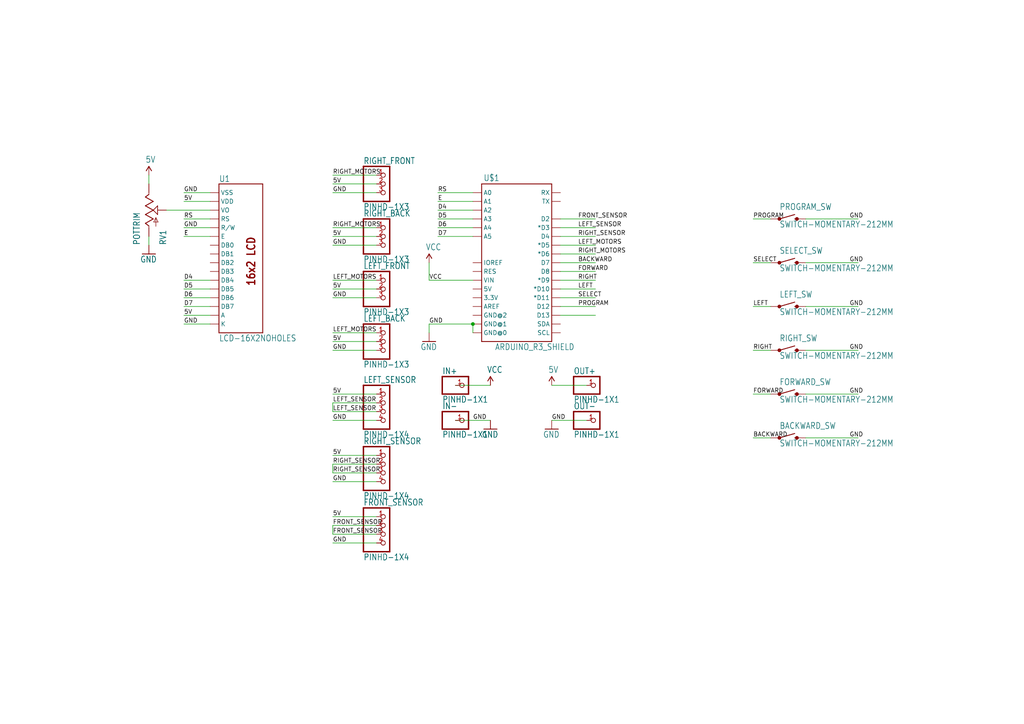
<source format=kicad_sch>
(kicad_sch (version 20211123) (generator eeschema)
  (paper "A4")
  (lib_symbols
    (symbol "LORE-eagle-import:5V" (power)
      (property "Value" "5V" (at -1.016 3.556 0))
      (symbol "5V_1_0"
        (polyline (pts (xy 0 2.54) (xy -0.762 1.27)) (stroke (width 0.254)))
        (polyline (pts (xy 0.762 1.27) (xy 0 2.54)) (stroke (width 0.254)))
        (pin power_in line (at 0 0 90) (length 2.54) (name "5V") (number "1"))
      )
    )
    (symbol "LORE-eagle-import:ARDUINO_R3_SHIELD"
      (property "Value" "ARDUINO_R3_SHIELD" (at -6.35 -27.94 0))
      (symbol "ARDUINO_R3_SHIELD_1_0"
        (polyline (pts (xy -10.16 -25.4) (xy -10.16 20.32)) (stroke (width 0.254)))
        (polyline (pts (xy -10.16 20.32) (xy 10.16 20.32)) (stroke (width 0.254)))
        (polyline (pts (xy 10.16 -25.4) (xy -10.16 -25.4)) (stroke (width 0.254)))
        (polyline (pts (xy 10.16 20.32) (xy 10.16 -25.4)) (stroke (width 0.254)))
        (pin bidirectional line (at -12.7 -12.7 0) (length 2.54) (name "3.3V") (number "3.3V"))
        (pin bidirectional line (at -12.7 -10.16 0) (length 2.54) (name "5V") (number "5V"))
        (pin bidirectional line (at -12.7 17.78 0) (length 2.54) (name "A0") (number "A0"))
        (pin bidirectional line (at -12.7 15.24 0) (length 2.54) (name "A1") (number "A1"))
        (pin bidirectional line (at -12.7 12.7 0) (length 2.54) (name "A2") (number "A2"))
        (pin bidirectional line (at -12.7 10.16 0) (length 2.54) (name "A3") (number "A3"))
        (pin bidirectional line (at -12.7 7.62 0) (length 2.54) (name "A4") (number "A4"))
        (pin bidirectional line (at -12.7 5.08 0) (length 2.54) (name "A5") (number "A5"))
        (pin bidirectional line (at -12.7 -15.24 0) (length 2.54) (name "AREF") (number "AREF"))
        (pin bidirectional line (at 12.7 -10.16 180) (length 2.54) (name "*D10") (number "D10"))
        (pin bidirectional line (at 12.7 -12.7 180) (length 2.54) (name "*D11") (number "D11"))
        (pin bidirectional line (at 12.7 -15.24 180) (length 2.54) (name "D12") (number "D12"))
        (pin bidirectional line (at 12.7 -17.78 180) (length 2.54) (name "D13") (number "D13"))
        (pin bidirectional line (at 12.7 10.16 180) (length 2.54) (name "D2") (number "D2"))
        (pin bidirectional line (at 12.7 7.62 180) (length 2.54) (name "*D3") (number "D3"))
        (pin bidirectional line (at 12.7 5.08 180) (length 2.54) (name "D4") (number "D4"))
        (pin bidirectional line (at 12.7 2.54 180) (length 2.54) (name "*D5") (number "D5"))
        (pin bidirectional line (at 12.7 0 180) (length 2.54) (name "*D6") (number "D6"))
        (pin bidirectional line (at 12.7 -2.54 180) (length 2.54) (name "D7") (number "D7"))
        (pin bidirectional line (at 12.7 -5.08 180) (length 2.54) (name "D8") (number "D8"))
        (pin bidirectional line (at 12.7 -7.62 180) (length 2.54) (name "*D9") (number "D9"))
        (pin bidirectional line (at -12.7 -22.86 0) (length 2.54) (name "GND@0") (number "GND@0"))
        (pin bidirectional line (at -12.7 -20.32 0) (length 2.54) (name "GND@1") (number "GND@1"))
        (pin bidirectional line (at -12.7 -17.78 0) (length 2.54) (name "GND@2") (number "GND@2"))
        (pin bidirectional line (at -12.7 -2.54 0) (length 2.54) (name "IOREF") (number "IOREF"))
        (pin bidirectional line (at -12.7 -5.08 0) (length 2.54) (name "RES") (number "RES"))
        (pin bidirectional line (at 12.7 17.78 180) (length 2.54) (name "RX") (number "RX"))
        (pin bidirectional line (at 12.7 -22.86 180) (length 2.54) (name "SCL") (number "SCL"))
        (pin bidirectional line (at 12.7 -20.32 180) (length 2.54) (name "SDA") (number "SDA"))
        (pin bidirectional line (at 12.7 15.24 180) (length 2.54) (name "TX") (number "TX"))
        (pin bidirectional line (at -12.7 -7.62 0) (length 2.54) (name "VIN") (number "VIN"))
      )
    )
    (symbol "LORE-eagle-import:GND" (power)
      (property "Value" "GND" (at -2.54 -2.54 0))
      (symbol "GND_1_0"
        (polyline (pts (xy -1.905 0) (xy 1.905 0)) (stroke (width 0.254)))
        (pin power_in line (at 0 2.54 270) (length 2.54) (name "GND") (number "1"))
      )
    )
    (symbol "LORE-eagle-import:LCD-16X2NOHOLES"
      (property "Reference" "U" (at -7.62 23.368 0))
      (property "Value" "LCD-16X2NOHOLES" (at -7.62 -22.86 0))
      (symbol "LCD-16X2NOHOLES_1_0"
        (polyline (pts (xy -7.62 -20.32) (xy 5.08 -20.32)) (stroke (width 0.254)))
        (polyline (pts (xy -7.62 22.86) (xy -7.62 -20.32)) (stroke (width 0.254)))
        (polyline (pts (xy 5.08 -20.32) (xy 5.08 22.86)) (stroke (width 0.254)))
        (polyline (pts (xy 5.08 22.86) (xy -7.62 22.86)) (stroke (width 0.254)))
        (text "16x2 LCD" (at 3.048 -6.858 900) (effects (font (size 2.286 1.9431) (thickness 0.3886) bold) (justify left bottom)))
        (pin power_in line (at -10.16 20.32 0) (length 2.54) (name "VSS") (number "1"))
        (pin bidirectional line (at -10.16 -2.54 0) (length 2.54) (name "DB3") (number "10"))
        (pin bidirectional line (at -10.16 -5.08 0) (length 2.54) (name "DB4") (number "11"))
        (pin bidirectional line (at -10.16 -7.62 0) (length 2.54) (name "DB5") (number "12"))
        (pin bidirectional line (at -10.16 -10.16 0) (length 2.54) (name "DB6") (number "13"))
        (pin bidirectional line (at -10.16 -12.7 0) (length 2.54) (name "DB7") (number "14"))
        (pin power_in line (at -10.16 -15.24 0) (length 2.54) (name "A") (number "15"))
        (pin power_in line (at -10.16 -17.78 0) (length 2.54) (name "K") (number "16"))
        (pin power_in line (at -10.16 17.78 0) (length 2.54) (name "VDD") (number "2"))
        (pin bidirectional line (at -10.16 15.24 0) (length 2.54) (name "VO") (number "3"))
        (pin input line (at -10.16 12.7 0) (length 2.54) (name "RS") (number "4"))
        (pin input line (at -10.16 10.16 0) (length 2.54) (name "R/W") (number "5"))
        (pin input line (at -10.16 7.62 0) (length 2.54) (name "E") (number "6"))
        (pin bidirectional line (at -10.16 5.08 0) (length 2.54) (name "DB0") (number "7"))
        (pin bidirectional line (at -10.16 2.54 0) (length 2.54) (name "DB1") (number "8"))
        (pin bidirectional line (at -10.16 0 0) (length 2.54) (name "DB2") (number "9"))
      )
    )
    (symbol "LORE-eagle-import:PINHD-1X1"
      (property "Reference" "JP" (at -6.35 3.175 0))
      (property "Value" "PINHD-1X1" (at -6.35 -5.08 0))
      (symbol "PINHD-1X1_1_0"
        (polyline (pts (xy -6.35 -2.54) (xy 1.27 -2.54)) (stroke (width 0.4064)))
        (polyline (pts (xy -6.35 2.54) (xy -6.35 -2.54)) (stroke (width 0.4064)))
        (polyline (pts (xy 1.27 -2.54) (xy 1.27 2.54)) (stroke (width 0.4064)))
        (polyline (pts (xy 1.27 2.54) (xy -6.35 2.54)) (stroke (width 0.4064)))
        (pin passive inverted (at -2.54 0 0) (length 2.54) (name "1") (number "1"))
      )
    )
    (symbol "LORE-eagle-import:PINHD-1X3"
      (property "Reference" "JP" (at -6.35 5.715 0))
      (property "Value" "PINHD-1X3" (at -6.35 -7.62 0))
      (symbol "PINHD-1X3_1_0"
        (polyline (pts (xy -6.35 -5.08) (xy 1.27 -5.08)) (stroke (width 0.4064)))
        (polyline (pts (xy -6.35 5.08) (xy -6.35 -5.08)) (stroke (width 0.4064)))
        (polyline (pts (xy 1.27 -5.08) (xy 1.27 5.08)) (stroke (width 0.4064)))
        (polyline (pts (xy 1.27 5.08) (xy -6.35 5.08)) (stroke (width 0.4064)))
        (pin passive inverted (at -2.54 2.54 0) (length 2.54) (name "1") (number "1"))
        (pin passive inverted (at -2.54 0 0) (length 2.54) (name "2") (number "2"))
        (pin passive inverted (at -2.54 -2.54 0) (length 2.54) (name "3") (number "3"))
      )
    )
    (symbol "LORE-eagle-import:PINHD-1X4"
      (property "Reference" "JP" (at -6.35 8.255 0))
      (property "Value" "PINHD-1X4" (at -6.35 -7.62 0))
      (symbol "PINHD-1X4_1_0"
        (polyline (pts (xy -6.35 -5.08) (xy 1.27 -5.08)) (stroke (width 0.4064)))
        (polyline (pts (xy -6.35 7.62) (xy -6.35 -5.08)) (stroke (width 0.4064)))
        (polyline (pts (xy 1.27 -5.08) (xy 1.27 7.62)) (stroke (width 0.4064)))
        (polyline (pts (xy 1.27 7.62) (xy -6.35 7.62)) (stroke (width 0.4064)))
        (pin passive inverted (at -2.54 5.08 0) (length 2.54) (name "1") (number "1"))
        (pin passive inverted (at -2.54 2.54 0) (length 2.54) (name "2") (number "2"))
        (pin passive inverted (at -2.54 0 0) (length 2.54) (name "3") (number "3"))
        (pin passive inverted (at -2.54 -2.54 0) (length 2.54) (name "4") (number "4"))
      )
    )
    (symbol "LORE-eagle-import:POTTRIM"
      (property "Reference" "RV" (at 5.08 -10.16 90))
      (property "Value" "POTTRIM" (at -2.54 -10.16 90))
      (symbol "POTTRIM_1_0"
        (polyline (pts (xy -1.016 -3.81) (xy 1.27 -2.54)) (stroke (width 0.254)))
        (polyline (pts (xy -1.016 -1.27) (xy 1.27 0)) (stroke (width 0.254)))
        (polyline (pts (xy -1.016 1.27) (xy 1.27 2.54)) (stroke (width 0.254)))
        (polyline (pts (xy -1.016 3.81) (xy 0 4.572)) (stroke (width 0.254)))
        (polyline (pts (xy 0 -5.08) (xy 0 -4.572)) (stroke (width 0.1524)))
        (polyline (pts (xy 0 -4.572) (xy -1.016 -3.81)) (stroke (width 0.254)))
        (polyline (pts (xy 0 4.572) (xy 0 5.08)) (stroke (width 0.1524)))
        (polyline (pts (xy 1.27 -2.54) (xy -1.016 -1.27)) (stroke (width 0.254)))
        (polyline (pts (xy 1.27 0) (xy -1.016 1.27)) (stroke (width 0.254)))
        (polyline (pts (xy 1.27 0) (xy 2.54 1.27)) (stroke (width 0.2032)))
        (polyline (pts (xy 1.27 2.54) (xy -1.016 3.81)) (stroke (width 0.254)))
        (polyline (pts (xy 1.397 -3.429) (xy 2.032 -2.159)) (stroke (width 0.1524)))
        (polyline (pts (xy 2.032 -4.699) (xy 2.032 -2.159)) (stroke (width 0.1524)))
        (polyline (pts (xy 2.032 -2.159) (xy 2.667 -3.429)) (stroke (width 0.1524)))
        (polyline (pts (xy 2.54 -1.27) (xy 1.27 0)) (stroke (width 0.2032)))
        (polyline (pts (xy 2.54 1.27) (xy 2.54 -1.27)) (stroke (width 0.2032)))
        (polyline (pts (xy 2.667 -3.429) (xy 1.397 -3.429)) (stroke (width 0.1524)))
        (pin passive line (at 5.08 0 180) (length 2.54) (name "S") (number "1"))
        (pin passive line (at 0 7.62 270) (length 2.54) (name "E") (number "2"))
        (pin passive line (at 0 -7.62 90) (length 2.54) (name "A") (number "3"))
      )
    )
    (symbol "LORE-eagle-import:SWITCH-MOMENTARY-212MM"
      (property "Reference" "S" (at -2.54 2.54 0))
      (property "Value" "SWITCH-MOMENTARY-212MM" (at -2.54 -2.54 0))
      (symbol "SWITCH-MOMENTARY-212MM_1_0"
        (circle (center -2.54 0) (radius 0.127) (stroke (width 0.4064)))
        (polyline (pts (xy -2.54 0) (xy 1.905 1.27)) (stroke (width 0.254)))
        (polyline (pts (xy 1.905 0) (xy 2.54 0)) (stroke (width 0.254)))
        (circle (center 2.54 0) (radius 0.127) (stroke (width 0.4064)))
        (pin passive line (at -5.08 0 0) (length 2.54) (name "1") (number "1"))
        (pin passive line (at 5.08 0 180) (length 2.54) (name "2") (number "3"))
      )
    )
    (symbol "LORE-eagle-import:VCC" (power)
      (property "Value" "VCC" (at -1.016 3.556 0))
      (symbol "VCC_1_0"
        (polyline (pts (xy 0 2.54) (xy -0.762 1.27)) (stroke (width 0.254)))
        (polyline (pts (xy 0.762 1.27) (xy 0 2.54)) (stroke (width 0.254)))
        (pin power_in line (at 0 0 90) (length 2.54) (name "VCC") (number "1"))
      )
    )
  )
  (junction (at 137.16 93.98))
  (wire (pts (xy 109.22 101.6) (xy 96.52 101.6)))
  (wire (pts (xy 162.56 83.82) (xy 172.72 83.82)))
  (wire (pts (xy 160.02 121.92) (xy 170.18 121.92)))
  (wire (pts (xy 43.18 71.12) (xy 43.18 68.58)))
  (wire (pts (xy 233.68 101.6) (xy 248.92 101.6)))
  (wire (pts (xy 233.68 114.3) (xy 248.92 114.3)))
  (wire (pts (xy 109.22 71.12) (xy 96.52 71.12)))
  (wire (pts (xy 137.16 93.98) (xy 124.46 93.98)))
  (wire (pts (xy 96.52 154.94) (xy 96.52 152.4)))
  (wire (pts (xy 124.46 93.98) (xy 124.46 96.52)))
  (wire (pts (xy 223.52 76.2) (xy 218.44 76.2)))
  (wire (pts (xy 60.96 63.5) (xy 53.34 63.5)))
  (wire (pts (xy 60.96 93.98) (xy 53.34 93.98)))
  (wire (pts (xy 137.16 60.96) (xy 127 60.96)))
  (wire (pts (xy 109.22 139.7) (xy 96.52 139.7)))
  (wire (pts (xy 162.56 86.36) (xy 172.72 86.36)))
  (wire (pts (xy 109.22 119.38) (xy 96.52 119.38)))
  (wire (pts (xy 137.16 55.88) (xy 127 55.88)))
  (wire (pts (xy 248.92 63.5) (xy 233.68 63.5)))
  (wire (pts (xy 96.52 119.38) (xy 96.52 116.84)))
  (wire (pts (xy 60.96 55.88) (xy 53.34 55.88)))
  (wire (pts (xy 60.96 66.04) (xy 53.34 66.04)))
  (wire (pts (xy 109.22 154.94) (xy 96.52 154.94)))
  (wire (pts (xy 162.56 78.74) (xy 172.72 78.74)))
  (wire (pts (xy 60.96 86.36) (xy 53.34 86.36)))
  (wire (pts (xy 137.16 81.28) (xy 124.46 81.28)))
  (wire (pts (xy 60.96 81.28) (xy 53.34 81.28)))
  (wire (pts (xy 132.08 121.92) (xy 142.24 121.92)))
  (wire (pts (xy 233.68 88.9) (xy 248.92 88.9)))
  (wire (pts (xy 162.56 76.2) (xy 172.72 76.2)))
  (wire (pts (xy 160.02 111.76) (xy 170.18 111.76)))
  (wire (pts (xy 223.52 63.5) (xy 218.44 63.5)))
  (wire (pts (xy 109.22 152.4) (xy 96.52 152.4)))
  (wire (pts (xy 137.16 63.5) (xy 127 63.5)))
  (wire (pts (xy 162.56 66.04) (xy 172.72 66.04)))
  (wire (pts (xy 162.56 71.12) (xy 172.72 71.12)))
  (wire (pts (xy 137.16 66.04) (xy 127 66.04)))
  (wire (pts (xy 233.68 127) (xy 248.92 127)))
  (wire (pts (xy 60.96 91.44) (xy 53.34 91.44)))
  (wire (pts (xy 109.22 132.08) (xy 96.52 132.08)))
  (wire (pts (xy 60.96 58.42) (xy 53.34 58.42)))
  (wire (pts (xy 142.24 111.76) (xy 132.08 111.76)))
  (wire (pts (xy 109.22 114.3) (xy 96.52 114.3)))
  (wire (pts (xy 109.22 96.52) (xy 96.52 96.52)))
  (wire (pts (xy 162.56 91.44) (xy 172.72 91.44)))
  (wire (pts (xy 109.22 68.58) (xy 96.52 68.58)))
  (wire (pts (xy 109.22 134.62) (xy 96.52 134.62)))
  (wire (pts (xy 223.52 101.6) (xy 218.44 101.6)))
  (wire (pts (xy 124.46 76.2) (xy 124.46 81.28)))
  (wire (pts (xy 109.22 149.86) (xy 96.52 149.86)))
  (wire (pts (xy 162.56 73.66) (xy 172.72 73.66)))
  (wire (pts (xy 60.96 83.82) (xy 53.34 83.82)))
  (wire (pts (xy 109.22 86.36) (xy 96.52 86.36)))
  (wire (pts (xy 223.52 88.9) (xy 218.44 88.9)))
  (wire (pts (xy 109.22 157.48) (xy 96.52 157.48)))
  (wire (pts (xy 162.56 63.5) (xy 172.72 63.5)))
  (wire (pts (xy 109.22 137.16) (xy 96.52 137.16)))
  (wire (pts (xy 137.16 68.58) (xy 127 68.58)))
  (wire (pts (xy 223.52 114.3) (xy 218.44 114.3)))
  (wire (pts (xy 109.22 50.8) (xy 96.52 50.8)))
  (wire (pts (xy 109.22 99.06) (xy 96.52 99.06)))
  (wire (pts (xy 162.56 88.9) (xy 172.72 88.9)))
  (wire (pts (xy 137.16 96.52) (xy 137.16 93.98)))
  (wire (pts (xy 223.52 127) (xy 218.44 127)))
  (wire (pts (xy 137.16 58.42) (xy 127 58.42)))
  (wire (pts (xy 109.22 81.28) (xy 96.52 81.28)))
  (wire (pts (xy 109.22 66.04) (xy 96.52 66.04)))
  (wire (pts (xy 60.96 60.96) (xy 48.26 60.96)))
  (wire (pts (xy 109.22 121.92) (xy 96.52 121.92)))
  (wire (pts (xy 60.96 68.58) (xy 53.34 68.58)))
  (wire (pts (xy 233.68 76.2) (xy 248.92 76.2)))
  (wire (pts (xy 109.22 55.88) (xy 96.52 55.88)))
  (wire (pts (xy 60.96 88.9) (xy 53.34 88.9)))
  (wire (pts (xy 109.22 83.82) (xy 96.52 83.82)))
  (wire (pts (xy 43.18 53.34) (xy 43.18 50.8)))
  (wire (pts (xy 109.22 116.84) (xy 96.52 116.84)))
  (wire (pts (xy 109.22 53.34) (xy 96.52 53.34)))
  (wire (pts (xy 162.56 68.58) (xy 172.72 68.58)))
  (wire (pts (xy 96.52 137.16) (xy 96.52 134.62)))
  (wire (pts (xy 162.56 81.28) (xy 172.72 81.28)))
  (label "VCC" (at 124.46 81.28 0) (effects (font (size 1.2446 1.2446))))
  (label "RIGHT_MOTORS" (at 167.64 73.66 0) (effects (font (size 1.2446 1.2446))))
  (label "GND" (at 246.38 76.2 0) (effects (font (size 1.2446 1.2446))))
  (label "GND" (at 246.38 63.5 0) (effects (font (size 1.2446 1.2446))))
  (label "GND" (at 96.52 121.92 0) (effects (font (size 1.2446 1.2446))))
  (label "RIGHT_SENSOR" (at 96.52 137.16 0) (effects (font (size 1.2446 1.2446))))
  (label "SELECT" (at 167.64 86.36 0) (effects (font (size 1.2446 1.2446))))
  (label "RIGHT_SENSOR" (at 167.64 68.58 0) (effects (font (size 1.2446 1.2446))))
  (label "GND" (at 96.52 139.7 0) (effects (font (size 1.2446 1.2446))))
  (label "RIGHT_MOTORS" (at 96.52 66.04 0) (effects (font (size 1.2446 1.2446))))
  (label "D5" (at 53.34 83.82 0) (effects (font (size 1.2446 1.2446))))
  (label "GND" (at 246.38 114.3 0) (effects (font (size 1.2446 1.2446))))
  (label "GND" (at 160.02 121.92 0) (effects (font (size 1.2446 1.2446))))
  (label "E" (at 53.34 68.58 0) (effects (font (size 1.2446 1.2446))))
  (label "GND" (at 96.52 101.6 0) (effects (font (size 1.2446 1.2446))))
  (label "LEFT_MOTORS" (at 96.52 81.28 0) (effects (font (size 1.2446 1.2446))))
  (label "FRONT_SENSOR" (at 96.52 154.94 0) (effects (font (size 1.2446 1.2446))))
  (label "5V" (at 96.52 83.82 0) (effects (font (size 1.2446 1.2446))))
  (label "D5" (at 127 63.5 0) (effects (font (size 1.2446 1.2446))))
  (label "FORWARD" (at 218.44 114.3 0) (effects (font (size 1.2446 1.2446))))
  (label "LEFT_MOTORS" (at 96.52 96.52 0) (effects (font (size 1.2446 1.2446))))
  (label "PROGRAM" (at 218.44 63.5 0) (effects (font (size 1.2446 1.2446))))
  (label "GND" (at 137.16 121.92 0) (effects (font (size 1.2446 1.2446))))
  (label "FRONT_SENSOR" (at 167.64 63.5 0) (effects (font (size 1.2446 1.2446))))
  (label "LEFT" (at 167.64 83.82 0) (effects (font (size 1.2446 1.2446))))
  (label "GND" (at 124.46 93.98 0) (effects (font (size 1.2446 1.2446))))
  (label "D7" (at 127 68.58 0) (effects (font (size 1.2446 1.2446))))
  (label "FORWARD" (at 167.64 78.74 0) (effects (font (size 1.2446 1.2446))))
  (label "LEFT" (at 218.44 88.9 0) (effects (font (size 1.2446 1.2446))))
  (label "FRONT_SENSOR" (at 96.52 152.4 0) (effects (font (size 1.2446 1.2446))))
  (label "GND" (at 53.34 93.98 0) (effects (font (size 1.2446 1.2446))))
  (label "RS" (at 127 55.88 0) (effects (font (size 1.2446 1.2446))))
  (label "5V" (at 96.52 99.06 0) (effects (font (size 1.2446 1.2446))))
  (label "D6" (at 53.34 86.36 0) (effects (font (size 1.2446 1.2446))))
  (label "GND" (at 53.34 66.04 0) (effects (font (size 1.2446 1.2446))))
  (label "RIGHT_MOTORS" (at 96.52 50.8 0) (effects (font (size 1.2446 1.2446))))
  (label "GND" (at 96.52 71.12 0) (effects (font (size 1.2446 1.2446))))
  (label "LEFT_SENSOR" (at 167.64 66.04 0) (effects (font (size 1.2446 1.2446))))
  (label "BACKWARD" (at 218.44 127 0) (effects (font (size 1.2446 1.2446))))
  (label "D6" (at 127 66.04 0) (effects (font (size 1.2446 1.2446))))
  (label "5V" (at 96.52 53.34 0) (effects (font (size 1.2446 1.2446))))
  (label "D4" (at 127 60.96 0) (effects (font (size 1.2446 1.2446))))
  (label "5V" (at 53.34 58.42 0) (effects (font (size 1.2446 1.2446))))
  (label "E" (at 127 58.42 0) (effects (font (size 1.2446 1.2446))))
  (label "5V" (at 96.52 68.58 0) (effects (font (size 1.2446 1.2446))))
  (label "5V" (at 53.34 91.44 0) (effects (font (size 1.2446 1.2446))))
  (label "GND" (at 246.38 88.9 0) (effects (font (size 1.2446 1.2446))))
  (label "GND" (at 96.52 157.48 0) (effects (font (size 1.2446 1.2446))))
  (label "LEFT_MOTORS" (at 167.64 71.12 0) (effects (font (size 1.2446 1.2446))))
  (label "RIGHT" (at 218.44 101.6 0) (effects (font (size 1.2446 1.2446))))
  (label "5V" (at 96.52 149.86 0) (effects (font (size 1.2446 1.2446))))
  (label "RIGHT_SENSOR" (at 96.52 134.62 0) (effects (font (size 1.2446 1.2446))))
  (label "RIGHT" (at 167.64 81.28 0) (effects (font (size 1.2446 1.2446))))
  (label "GND" (at 96.52 86.36 0) (effects (font (size 1.2446 1.2446))))
  (label "GND" (at 246.38 127 0) (effects (font (size 1.2446 1.2446))))
  (label "RS" (at 53.34 63.5 0) (effects (font (size 1.2446 1.2446))))
  (label "BACKWARD" (at 167.64 76.2 0) (effects (font (size 1.2446 1.2446))))
  (label "GND" (at 53.34 55.88 0) (effects (font (size 1.2446 1.2446))))
  (label "5V" (at 96.52 132.08 0) (effects (font (size 1.2446 1.2446))))
  (label "SELECT" (at 218.44 76.2 0) (effects (font (size 1.2446 1.2446))))
  (label "D4" (at 53.34 81.28 0) (effects (font (size 1.2446 1.2446))))
  (label "GND" (at 96.52 55.88 0) (effects (font (size 1.2446 1.2446))))
  (label "5V" (at 96.52 114.3 0) (effects (font (size 1.2446 1.2446))))
  (label "GND" (at 246.38 101.6 0) (effects (font (size 1.2446 1.2446))))
  (label "LEFT_SENSOR" (at 96.52 119.38 0) (effects (font (size 1.2446 1.2446))))
  (label "LEFT_SENSOR" (at 96.52 116.84 0) (effects (font (size 1.2446 1.2446))))
  (label "E" (at 53.34 68.58 0) (effects (font (size 1.2446 1.2446))))
  (label "PROGRAM" (at 167.64 88.9 0) (effects (font (size 1.2446 1.2446))))
  (label "D7" (at 53.34 88.9 0) (effects (font (size 1.2446 1.2446))))
  (symbol (lib_id "LORE-eagle-import:PINHD-1X1") (at 172.72 121.92 0)
    (property "Reference" "OUT-" (at 166.37 118.745 0) (effects (font (size 1.778 1.5113)) (justify left bottom)))
    (property "Value" "PINHD-1X1" (at 166.37 127 0) (effects (font (size 1.778 1.5113)) (justify left bottom)))
    (property "Footprint" "LORE:1X01" (effects hide))
  )
  (symbol (lib_id "LORE-eagle-import:LCD-16X2NOHOLES") (at 71.12 76.2 0)
    (property "Reference" "U1" (at 63.5 52.832 0) (effects (font (size 1.778 1.5113)) (justify left bottom)))
    (property "Value" "LCD-16X2NOHOLES" (at 63.5 99.06 0) (effects (font (size 1.778 1.5113)) (justify left bottom)))
    (property "Footprint" "LORE:LCD-16X2_NOHOLES" (effects hide))
  )
  (symbol (lib_id "LORE-eagle-import:PINHD-1X3") (at 111.76 53.34 0)
    (property "Reference" "RIGHT_FRONT" (at 105.41 47.625 0) (effects (font (size 1.778 1.5113)) (justify left bottom)))
    (property "Value" "PINHD-1X3" (at 105.41 60.96 0) (effects (font (size 1.778 1.5113)) (justify left bottom)))
    (property "Footprint" "LORE:1X03" (effects hide))
  )
  (symbol (lib_id "LORE-eagle-import:SWITCH-MOMENTARY-212MM") (at 228.6 127 0)
    (property "Reference" "BACKWARD_SW" (at 226.06 124.46 0) (effects (font (size 1.778 1.5113)) (justify left bottom)))
    (property "Value" "SWITCH-MOMENTARY-212MM" (at 226.06 129.54 0) (effects (font (size 1.778 1.5113)) (justify left bottom)))
    (property "Footprint" "LORE:TACTILE-PTH-12MM" (effects hide))
  )
  (symbol (lib_id "LORE-eagle-import:PINHD-1X1") (at 172.72 111.76 0)
    (property "Reference" "OUT+" (at 166.37 108.585 0) (effects (font (size 1.778 1.5113)) (justify left bottom)))
    (property "Value" "PINHD-1X1" (at 166.37 116.84 0) (effects (font (size 1.778 1.5113)) (justify left bottom)))
    (property "Footprint" "LORE:1X01" (effects hide))
  )
  (symbol (lib_id "LORE-eagle-import:SWITCH-MOMENTARY-212MM") (at 228.6 88.9 0)
    (property "Reference" "LEFT_SW" (at 226.06 86.36 0) (effects (font (size 1.778 1.5113)) (justify left bottom)))
    (property "Value" "SWITCH-MOMENTARY-212MM" (at 226.06 91.44 0) (effects (font (size 1.778 1.5113)) (justify left bottom)))
    (property "Footprint" "LORE:TACTILE-PTH-12MM" (effects hide))
  )
  (symbol (lib_id "LORE-eagle-import:PINHD-1X1") (at 134.62 121.92 0)
    (property "Reference" "IN-" (at 128.27 118.745 0) (effects (font (size 1.778 1.5113)) (justify left bottom)))
    (property "Value" "PINHD-1X1" (at 128.27 127 0) (effects (font (size 1.778 1.5113)) (justify left bottom)))
    (property "Footprint" "LORE:1X01" (effects hide))
  )
  (symbol (lib_id "LORE-eagle-import:SWITCH-MOMENTARY-212MM") (at 228.6 63.5 0)
    (property "Reference" "PROGRAM_SW" (at 226.06 60.96 0) (effects (font (size 1.778 1.5113)) (justify left bottom)))
    (property "Value" "SWITCH-MOMENTARY-212MM" (at 226.06 66.04 0) (effects (font (size 1.778 1.5113)) (justify left bottom)))
    (property "Footprint" "LORE:TACTILE-PTH-12MM" (effects hide))
  )
  (symbol (lib_id "LORE-eagle-import:GND") (at 142.24 124.46 0) (unit 1)
    (property "Reference" "#GND2" (effects hide))
    (property "Value" "GND" (at 139.7 127 0) (effects (font (size 1.778 1.5113)) (justify left bottom)))
    (property "Footprint" "LORE:" (effects hide))
  )
  (symbol (lib_id "LORE-eagle-import:PINHD-1X3") (at 111.76 83.82 0)
    (property "Reference" "LEFT_FRONT" (at 105.41 78.105 0) (effects (font (size 1.778 1.5113)) (justify left bottom)))
    (property "Value" "PINHD-1X3" (at 105.41 91.44 0) (effects (font (size 1.778 1.5113)) (justify left bottom)))
    (property "Footprint" "LORE:1X03" (effects hide))
  )
  (symbol (lib_id "LORE-eagle-import:PINHD-1X3") (at 111.76 99.06 0)
    (property "Reference" "LEFT_BACK" (at 105.41 93.345 0) (effects (font (size 1.778 1.5113)) (justify left bottom)))
    (property "Value" "PINHD-1X3" (at 105.41 106.68 0) (effects (font (size 1.778 1.5113)) (justify left bottom)))
    (property "Footprint" "LORE:1X03" (effects hide))
  )
  (symbol (lib_id "LORE-eagle-import:ARDUINO_R3_SHIELD") (at 149.86 73.66 0)
    (property "Reference" "U$1" (at 140.208 52.578 0) (effects (font (size 1.778 1.5113)) (justify left bottom)))
    (property "Value" "ARDUINO_R3_SHIELD" (at 143.51 101.6 0) (effects (font (size 1.778 1.5113)) (justify left bottom)))
    (property "Footprint" "LORE:UNO_R3_SHIELD" (effects hide))
  )
  (symbol (lib_id "LORE-eagle-import:PINHD-1X4") (at 111.76 119.38 0)
    (property "Reference" "LEFT_SENSOR" (at 105.41 111.125 0) (effects (font (size 1.778 1.5113)) (justify left bottom)))
    (property "Value" "PINHD-1X4" (at 105.41 127 0) (effects (font (size 1.778 1.5113)) (justify left bottom)))
    (property "Footprint" "LORE:1X04" (effects hide))
  )
  (symbol (lib_id "LORE-eagle-import:PINHD-1X4") (at 111.76 137.16 0)
    (property "Reference" "RIGHT_SENSOR" (at 105.41 128.905 0) (effects (font (size 1.778 1.5113)) (justify left bottom)))
    (property "Value" "PINHD-1X4" (at 105.41 144.78 0) (effects (font (size 1.778 1.5113)) (justify left bottom)))
    (property "Footprint" "LORE:1X04" (effects hide))
  )
  (symbol (lib_id "LORE-eagle-import:VCC") (at 124.46 76.2 0) (unit 1)
    (property "Reference" "#SUPPLY3" (effects hide))
    (property "Value" "VCC" (at 123.444 72.644 0) (effects (font (size 1.778 1.5113)) (justify left bottom)))
    (property "Footprint" "LORE:" (effects hide))
  )
  (symbol (lib_id "LORE-eagle-import:GND") (at 43.18 73.66 0) (unit 1)
    (property "Reference" "#GND4" (effects hide))
    (property "Value" "GND" (at 40.64 76.2 0) (effects (font (size 1.778 1.5113)) (justify left bottom)))
    (property "Footprint" "LORE:" (effects hide))
  )
  (symbol (lib_id "LORE-eagle-import:GND") (at 124.46 99.06 0) (unit 1)
    (property "Reference" "#GND1" (effects hide))
    (property "Value" "GND" (at 121.92 101.6 0) (effects (font (size 1.778 1.5113)) (justify left bottom)))
    (property "Footprint" "LORE:" (effects hide))
  )
  (symbol (lib_id "LORE-eagle-import:5V") (at 160.02 111.76 0) (unit 1)
    (property "Reference" "#SUPPLY2" (effects hide))
    (property "Value" "5V" (at 159.004 108.204 0) (effects (font (size 1.778 1.5113)) (justify left bottom)))
    (property "Footprint" "LORE:" (effects hide))
  )
  (symbol (lib_id "LORE-eagle-import:VCC") (at 142.24 111.76 0) (unit 1)
    (property "Reference" "#SUPPLY4" (effects hide))
    (property "Value" "VCC" (at 141.224 108.204 0) (effects (font (size 1.778 1.5113)) (justify left bottom)))
    (property "Footprint" "LORE:" (effects hide))
  )
  (symbol (lib_id "LORE-eagle-import:5V") (at 43.18 50.8 0) (unit 1)
    (property "Reference" "#SUPPLY1" (effects hide))
    (property "Value" "5V" (at 42.164 47.244 0) (effects (font (size 1.778 1.5113)) (justify left bottom)))
    (property "Footprint" "LORE:" (effects hide))
  )
  (symbol (lib_id "LORE-eagle-import:SWITCH-MOMENTARY-212MM") (at 228.6 76.2 0)
    (property "Reference" "SELECT_SW" (at 226.06 73.66 0) (effects (font (size 1.778 1.5113)) (justify left bottom)))
    (property "Value" "SWITCH-MOMENTARY-212MM" (at 226.06 78.74 0) (effects (font (size 1.778 1.5113)) (justify left bottom)))
    (property "Footprint" "LORE:TACTILE-PTH-12MM" (effects hide))
  )
  (symbol (lib_id "LORE-eagle-import:GND") (at 160.02 124.46 0) (unit 1)
    (property "Reference" "#GND3" (effects hide))
    (property "Value" "GND" (at 157.48 127 0) (effects (font (size 1.778 1.5113)) (justify left bottom)))
    (property "Footprint" "LORE:" (effects hide))
  )
  (symbol (lib_id "LORE-eagle-import:PINHD-1X1") (at 134.62 111.76 0)
    (property "Reference" "IN+" (at 128.27 108.585 0) (effects (font (size 1.778 1.5113)) (justify left bottom)))
    (property "Value" "PINHD-1X1" (at 128.27 116.84 0) (effects (font (size 1.778 1.5113)) (justify left bottom)))
    (property "Footprint" "LORE:1X01" (effects hide))
  )
  (symbol (lib_id "LORE-eagle-import:SWITCH-MOMENTARY-212MM") (at 228.6 114.3 0)
    (property "Reference" "FORWARD_SW" (at 226.06 111.76 0) (effects (font (size 1.778 1.5113)) (justify left bottom)))
    (property "Value" "SWITCH-MOMENTARY-212MM" (at 226.06 116.84 0) (effects (font (size 1.778 1.5113)) (justify left bottom)))
    (property "Footprint" "LORE:TACTILE-PTH-12MM" (effects hide))
  )
  (symbol (lib_id "LORE-eagle-import:PINHD-1X4") (at 111.76 154.94 0)
    (property "Reference" "FRONT_SENSOR" (at 105.41 146.685 0) (effects (font (size 1.778 1.5113)) (justify left bottom)))
    (property "Value" "PINHD-1X4" (at 105.41 162.56 0) (effects (font (size 1.778 1.5113)) (justify left bottom)))
    (property "Footprint" "LORE:1X04" (effects hide))
  )
  (symbol (lib_id "LORE-eagle-import:POTTRIM") (at 43.18 60.96 0)
    (property "Reference" "RV1" (at 48.26 71.12 90) (effects (font (size 1.778 1.5113)) (justify left bottom)))
    (property "Value" "POTTRIM" (at 40.64 71.12 90) (effects (font (size 1.778 1.5113)) (justify left bottom)))
    (property "Footprint" "LORE:TRIM_POT" (effects hide))
  )
  (symbol (lib_id "LORE-eagle-import:SWITCH-MOMENTARY-212MM") (at 228.6 101.6 0)
    (property "Reference" "RIGHT_SW" (at 226.06 99.06 0) (effects (font (size 1.778 1.5113)) (justify left bottom)))
    (property "Value" "SWITCH-MOMENTARY-212MM" (at 226.06 104.14 0) (effects (font (size 1.778 1.5113)) (justify left bottom)))
    (property "Footprint" "LORE:TACTILE-PTH-12MM" (effects hide))
  )
  (symbol (lib_id "LORE-eagle-import:PINHD-1X3") (at 111.76 68.58 0)
    (property "Reference" "RIGHT_BACK" (at 105.41 62.865 0) (effects (font (size 1.778 1.5113)) (justify left bottom)))
    (property "Value" "PINHD-1X3" (at 105.41 76.2 0) (effects (font (size 1.778 1.5113)) (justify left bottom)))
    (property "Footprint" "LORE:1X03" (effects hide))
  )
)
</source>
